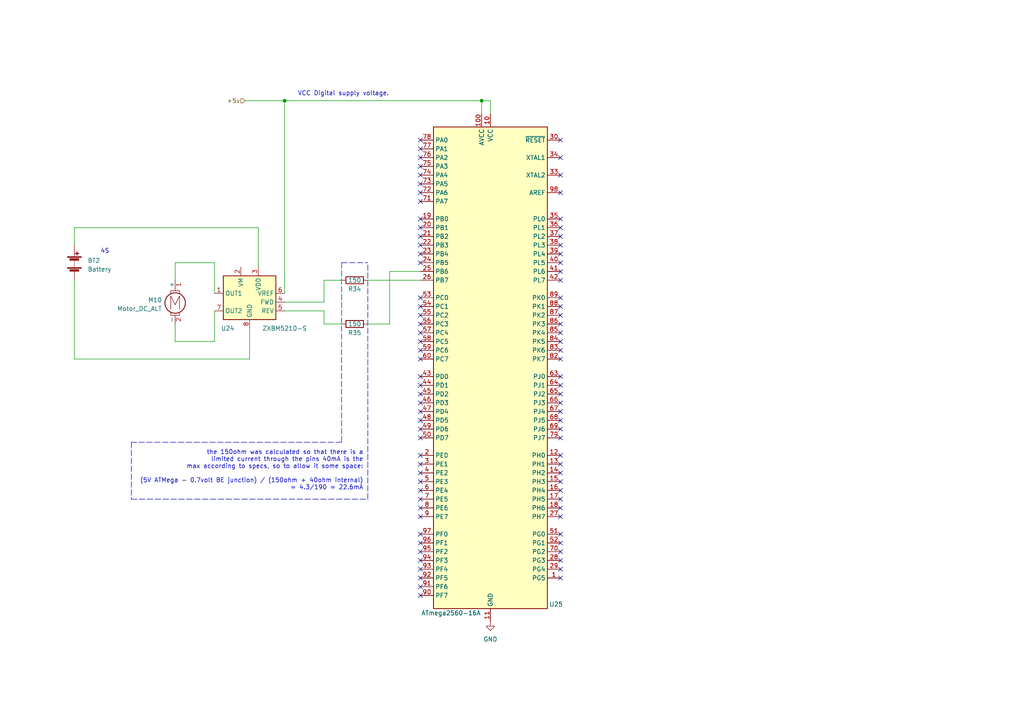
<source format=kicad_sch>
(kicad_sch (version 20210126) (generator eeschema)
  (paper "A4")
  (title_block (title "High Power Consumption 13"))
  (lib_symbols
    (symbol "Device:Battery" (pin_numbers hide) (pin_names (offset 0) hide)
      (property "Reference" "BT" (at 2.54 2.54 0))
      (property "Value" "Battery" (at 2.54 0 0))
      (symbol "Battery_0_1"
        (rectangle (start -2.032 -1.397) (end 2.032 -1.651) (fill (type outline)))
        (rectangle (start -2.032 1.778) (end 2.032 1.524) (fill (type outline)))
        (rectangle (start -1.3208 -1.9812) (end 1.27 -2.4892) (fill (type outline)))
        (rectangle (start -1.3208 1.1938) (end 1.27 0.6858) (fill (type outline)))
        (polyline (pts (xy 0 -1.524) (xy 0 -1.27)))
        (polyline (pts (xy 0 -1.016) (xy 0 -0.762)))
        (polyline (pts (xy 0 -0.508) (xy 0 -0.254)))
        (polyline (pts (xy 0 0) (xy 0 0.254)))
        (polyline (pts (xy 0 0.508) (xy 0 0.762)))
        (polyline (pts (xy 0 1.778) (xy 0 2.54)))
        (polyline (pts (xy 0.254 2.667) (xy 1.27 2.667)) (stroke (width 0.254)))
        (polyline (pts (xy 0.762 3.175) (xy 0.762 2.159)) (stroke (width 0.254)))
      )
      (symbol "Battery_1_1"
        (pin passive line (at 0 5.08 270) (length 2.54) (name "+") (number "1"))
        (pin passive line (at 0 -5.08 90) (length 2.54) (name "-") (number "2"))
      )
    )
    (symbol "Device:R" (pin_numbers hide) (pin_names (offset 0))
      (property "Reference" "R" (at 2.032 0 90))
      (property "Value" "R" (at 0 0 90))
      (symbol "R_0_1"
        (rectangle (start -1.016 -2.54) (end 1.016 2.54) (stroke (width 0.254)))
      )
      (symbol "R_1_1"
        (pin passive line (at 0 3.81 270) (length 1.27) (name "~") (number "1"))
        (pin passive line (at 0 -3.81 90) (length 1.27) (name "~") (number "2"))
      )
    )
    (symbol "Driver_Motor:ZXBM5210-S"
      (property "Reference" "U" (at -7.62 8.89 0))
      (property "Value" "ZXBM5210-S" (at 10.16 8.89 0))
      (symbol "ZXBM5210-S_0_0"
        (pin output line (at 10.16 2.54 180) (length 2.54) (name "OUT1") (number "1"))
        (pin power_in line (at 2.54 10.16 270) (length 2.54) (name "VM") (number "2"))
        (pin power_in line (at -2.54 10.16 270) (length 2.54) (name "VDD") (number "3"))
        (pin input line (at -10.16 0 0) (length 2.54) (name "FWD") (number "4"))
        (pin input line (at -10.16 -2.54 0) (length 2.54) (name "REV") (number "5"))
        (pin input line (at -10.16 2.54 0) (length 2.54) (name "VREF") (number "6"))
        (pin output line (at 10.16 -2.54 180) (length 2.54) (name "OUT2") (number "7"))
        (pin power_in line (at 0 -7.62 90) (length 2.54) (name "GND") (number "8"))
      )
      (symbol "ZXBM5210-S_0_1"
        (rectangle (start -7.62 7.62) (end 7.62 -5.08) (stroke (width 0.254)) (fill (type background)))
      )
    )
    (symbol "MCU_Microchip_ATmega:ATmega2560-16A"
      (property "Reference" "U" (at 0 1.27 0))
      (property "Value" "ATmega2560-16A" (at 0 -1.27 0))
      (symbol "ATmega2560-16A_0_1"
        (rectangle (start -16.51 -69.85) (end 16.51 69.85) (stroke (width 0.254)) (fill (type background)))
      )
      (symbol "ATmega2560-16A_1_1"
        (pin bidirectional line (at -20.32 -60.96 0) (length 3.81) (name "PG5") (number "1"))
        (pin power_in line (at 0 73.66 270) (length 3.81) (name "VCC") (number "10"))
        (pin power_in line (at 2.54 73.66 270) (length 3.81) (name "AVCC") (number "100"))
        (pin power_in line (at 0 -73.66 90) (length 3.81) (name "GND") (number "11"))
        (pin bidirectional line (at -20.32 -25.4 0) (length 3.81) (name "PH0") (number "12"))
        (pin bidirectional line (at -20.32 -27.94 0) (length 3.81) (name "PH1") (number "13"))
        (pin bidirectional line (at -20.32 -30.48 0) (length 3.81) (name "PH2") (number "14"))
        (pin bidirectional line (at -20.32 -33.02 0) (length 3.81) (name "PH3") (number "15"))
        (pin bidirectional line (at -20.32 -35.56 0) (length 3.81) (name "PH4") (number "16"))
        (pin bidirectional line (at -20.32 -38.1 0) (length 3.81) (name "PH5") (number "17"))
        (pin bidirectional line (at -20.32 -40.64 0) (length 3.81) (name "PH6") (number "18"))
        (pin bidirectional line (at 20.32 43.18 180) (length 3.81) (name "PB0") (number "19"))
        (pin bidirectional line (at 20.32 -25.4 180) (length 3.81) (name "PE0") (number "2"))
        (pin bidirectional line (at 20.32 40.64 180) (length 3.81) (name "PB1") (number "20"))
        (pin bidirectional line (at 20.32 38.1 180) (length 3.81) (name "PB2") (number "21"))
        (pin bidirectional line (at 20.32 35.56 180) (length 3.81) (name "PB3") (number "22"))
        (pin bidirectional line (at 20.32 33.02 180) (length 3.81) (name "PB4") (number "23"))
        (pin bidirectional line (at 20.32 30.48 180) (length 3.81) (name "PB5") (number "24"))
        (pin bidirectional line (at 20.32 27.94 180) (length 3.81) (name "PB6") (number "25"))
        (pin bidirectional line (at 20.32 25.4 180) (length 3.81) (name "PB7") (number "26"))
        (pin bidirectional line (at -20.32 -43.18 0) (length 3.81) (name "PH7") (number "27"))
        (pin bidirectional line (at -20.32 -55.88 0) (length 3.81) (name "PG3") (number "28"))
        (pin bidirectional line (at -20.32 -58.42 0) (length 3.81) (name "PG4") (number "29"))
        (pin bidirectional line (at 20.32 -27.94 180) (length 3.81) (name "PE1") (number "3"))
        (pin input line (at -20.32 66.04 0) (length 3.81) (name "~RESET") (number "30"))
        (pin passive line (at 0 73.66 270) (length 3.81) hide (name "VCC") (number "31"))
        (pin passive line (at 0 -73.66 90) (length 3.81) hide (name "GND") (number "32"))
        (pin output line (at -20.32 55.88 0) (length 3.81) (name "XTAL2") (number "33"))
        (pin input line (at -20.32 60.96 0) (length 3.81) (name "XTAL1") (number "34"))
        (pin bidirectional line (at -20.32 43.18 0) (length 3.81) (name "PL0") (number "35"))
        (pin bidirectional line (at -20.32 40.64 0) (length 3.81) (name "PL1") (number "36"))
        (pin bidirectional line (at -20.32 38.1 0) (length 3.81) (name "PL2") (number "37"))
        (pin bidirectional line (at -20.32 35.56 0) (length 3.81) (name "PL3") (number "38"))
        (pin bidirectional line (at -20.32 33.02 0) (length 3.81) (name "PL4") (number "39"))
        (pin bidirectional line (at 20.32 -30.48 180) (length 3.81) (name "PE2") (number "4"))
        (pin bidirectional line (at -20.32 30.48 0) (length 3.81) (name "PL5") (number "40"))
        (pin bidirectional line (at -20.32 27.94 0) (length 3.81) (name "PL6") (number "41"))
        (pin bidirectional line (at -20.32 25.4 0) (length 3.81) (name "PL7") (number "42"))
        (pin bidirectional line (at 20.32 -2.54 180) (length 3.81) (name "PD0") (number "43"))
        (pin bidirectional line (at 20.32 -5.08 180) (length 3.81) (name "PD1") (number "44"))
        (pin bidirectional line (at 20.32 -7.62 180) (length 3.81) (name "PD2") (number "45"))
        (pin bidirectional line (at 20.32 -10.16 180) (length 3.81) (name "PD3") (number "46"))
        (pin bidirectional line (at 20.32 -12.7 180) (length 3.81) (name "PD4") (number "47"))
        (pin bidirectional line (at 20.32 -15.24 180) (length 3.81) (name "PD5") (number "48"))
        (pin bidirectional line (at 20.32 -17.78 180) (length 3.81) (name "PD6") (number "49"))
        (pin bidirectional line (at 20.32 -33.02 180) (length 3.81) (name "PE3") (number "5"))
        (pin bidirectional line (at 20.32 -20.32 180) (length 3.81) (name "PD7") (number "50"))
        (pin bidirectional line (at -20.32 -48.26 0) (length 3.81) (name "PG0") (number "51"))
        (pin bidirectional line (at -20.32 -50.8 0) (length 3.81) (name "PG1") (number "52"))
        (pin bidirectional line (at 20.32 20.32 180) (length 3.81) (name "PC0") (number "53"))
        (pin bidirectional line (at 20.32 17.78 180) (length 3.81) (name "PC1") (number "54"))
        (pin bidirectional line (at 20.32 15.24 180) (length 3.81) (name "PC2") (number "55"))
        (pin bidirectional line (at 20.32 12.7 180) (length 3.81) (name "PC3") (number "56"))
        (pin bidirectional line (at 20.32 10.16 180) (length 3.81) (name "PC4") (number "57"))
        (pin bidirectional line (at 20.32 7.62 180) (length 3.81) (name "PC5") (number "58"))
        (pin bidirectional line (at 20.32 5.08 180) (length 3.81) (name "PC6") (number "59"))
        (pin bidirectional line (at 20.32 -35.56 180) (length 3.81) (name "PE4") (number "6"))
        (pin bidirectional line (at 20.32 2.54 180) (length 3.81) (name "PC7") (number "60"))
        (pin passive line (at 0 73.66 270) (length 3.81) hide (name "VCC") (number "61"))
        (pin passive line (at 0 -73.66 90) (length 3.81) hide (name "GND") (number "62"))
        (pin bidirectional line (at -20.32 -2.54 0) (length 3.81) (name "PJ0") (number "63"))
        (pin bidirectional line (at -20.32 -5.08 0) (length 3.81) (name "PJ1") (number "64"))
        (pin bidirectional line (at -20.32 -7.62 0) (length 3.81) (name "PJ2") (number "65"))
        (pin bidirectional line (at -20.32 -10.16 0) (length 3.81) (name "PJ3") (number "66"))
        (pin bidirectional line (at -20.32 -12.7 0) (length 3.81) (name "PJ4") (number "67"))
        (pin bidirectional line (at -20.32 -15.24 0) (length 3.81) (name "PJ5") (number "68"))
        (pin bidirectional line (at -20.32 -17.78 0) (length 3.81) (name "PJ6") (number "69"))
        (pin bidirectional line (at 20.32 -38.1 180) (length 3.81) (name "PE5") (number "7"))
        (pin bidirectional line (at -20.32 -53.34 0) (length 3.81) (name "PG2") (number "70"))
        (pin bidirectional line (at 20.32 48.26 180) (length 3.81) (name "PA7") (number "71"))
        (pin bidirectional line (at 20.32 50.8 180) (length 3.81) (name "PA6") (number "72"))
        (pin bidirectional line (at 20.32 53.34 180) (length 3.81) (name "PA5") (number "73"))
        (pin bidirectional line (at 20.32 55.88 180) (length 3.81) (name "PA4") (number "74"))
        (pin bidirectional line (at 20.32 58.42 180) (length 3.81) (name "PA3") (number "75"))
        (pin bidirectional line (at 20.32 60.96 180) (length 3.81) (name "PA2") (number "76"))
        (pin bidirectional line (at 20.32 63.5 180) (length 3.81) (name "PA1") (number "77"))
        (pin bidirectional line (at 20.32 66.04 180) (length 3.81) (name "PA0") (number "78"))
        (pin bidirectional line (at -20.32 -20.32 0) (length 3.81) (name "PJ7") (number "79"))
        (pin bidirectional line (at 20.32 -40.64 180) (length 3.81) (name "PE6") (number "8"))
        (pin passive line (at 0 73.66 270) (length 3.81) hide (name "VCC") (number "80"))
        (pin passive line (at 0 -73.66 90) (length 3.81) hide (name "GND") (number "81"))
        (pin bidirectional line (at -20.32 2.54 0) (length 3.81) (name "PK7") (number "82"))
        (pin bidirectional line (at -20.32 5.08 0) (length 3.81) (name "PK6") (number "83"))
        (pin bidirectional line (at -20.32 7.62 0) (length 3.81) (name "PK5") (number "84"))
        (pin bidirectional line (at -20.32 10.16 0) (length 3.81) (name "PK4") (number "85"))
        (pin bidirectional line (at -20.32 12.7 0) (length 3.81) (name "PK3") (number "86"))
        (pin bidirectional line (at -20.32 15.24 0) (length 3.81) (name "PK2") (number "87"))
        (pin bidirectional line (at -20.32 17.78 0) (length 3.81) (name "PK1") (number "88"))
        (pin bidirectional line (at -20.32 20.32 0) (length 3.81) (name "PK0") (number "89"))
        (pin bidirectional line (at 20.32 -43.18 180) (length 3.81) (name "PE7") (number "9"))
        (pin bidirectional line (at 20.32 -66.04 180) (length 3.81) (name "PF7") (number "90"))
        (pin bidirectional line (at 20.32 -63.5 180) (length 3.81) (name "PF6") (number "91"))
        (pin bidirectional line (at 20.32 -60.96 180) (length 3.81) (name "PF5") (number "92"))
        (pin bidirectional line (at 20.32 -58.42 180) (length 3.81) (name "PF4") (number "93"))
        (pin bidirectional line (at 20.32 -55.88 180) (length 3.81) (name "PF3") (number "94"))
        (pin bidirectional line (at 20.32 -53.34 180) (length 3.81) (name "PF2") (number "95"))
        (pin bidirectional line (at 20.32 -50.8 180) (length 3.81) (name "PF1") (number "96"))
        (pin bidirectional line (at 20.32 -48.26 180) (length 3.81) (name "PF0") (number "97"))
        (pin passive line (at -20.32 50.8 0) (length 3.81) (name "AREF") (number "98"))
        (pin passive line (at 0 -73.66 90) (length 3.81) hide (name "GND") (number "99"))
      )
    )
    (symbol "Motor:Motor_DC_ALT" (pin_names (offset 0))
      (property "Reference" "M" (at 2.54 2.54 0))
      (property "Value" "Motor_DC_ALT" (at 2.54 -5.08 0))
      (symbol "Motor_DC_ALT_0_0"
        (circle (center 0 -1.524) (radius 2.9718) (stroke (width 0.254)))
        (polyline (pts (xy -1.27 -4.318) (xy -1.27 -5.08) (xy 1.27 -5.08) (xy 1.27 -4.318)))
        (polyline (pts (xy -1.27 1.27) (xy -1.27 2.032) (xy 1.27 2.032) (xy 1.27 1.27)))
        (polyline (pts (xy -1.27 -3.302) (xy -1.27 0.508) (xy 0 -2.032) (xy 1.27 0.508) (xy 1.27 -3.302)))
      )
      (symbol "Motor_DC_ALT_0_1"
        (polyline (pts (xy 0 2.032) (xy 0 2.54)))
      )
      (symbol "Motor_DC_ALT_1_1"
        (pin passive line (at 0 5.08 270) (length 2.54) (name "+") (number "1"))
        (pin passive line (at 0 -7.62 90) (length 2.54) (name "-") (number "2"))
      )
    )
    (symbol "power:GND" (power) (pin_names (offset 0))
      (property "Value" "GND" (at 0 -3.81 0))
      (symbol "GND_0_1"
        (polyline (pts (xy 0 0) (xy 0 -1.27) (xy 1.27 -1.27) (xy 0 -2.54) (xy -1.27 -1.27) (xy 0 -1.27)))
      )
      (symbol "GND_1_1"
        (pin power_in line (at 0 0 270) (length 0) hide (name "GND") (number "1"))
      )
    )
  )
  (junction (at 82.55 29.21) (diameter 0.9144))
  (junction (at 139.7 29.21) (diameter 0.9144))
  (no_connect (at 121.92 40.64))
  (no_connect (at 121.92 43.18))
  (no_connect (at 121.92 45.72))
  (no_connect (at 121.92 48.26))
  (no_connect (at 121.92 50.8))
  (no_connect (at 121.92 53.34))
  (no_connect (at 121.92 55.88))
  (no_connect (at 121.92 58.42))
  (no_connect (at 121.92 63.5))
  (no_connect (at 121.92 66.04))
  (no_connect (at 121.92 68.58))
  (no_connect (at 121.92 71.12))
  (no_connect (at 121.92 73.66))
  (no_connect (at 121.92 76.2))
  (no_connect (at 121.92 86.36))
  (no_connect (at 121.92 88.9))
  (no_connect (at 121.92 91.44))
  (no_connect (at 121.92 93.98))
  (no_connect (at 121.92 96.52))
  (no_connect (at 121.92 99.06))
  (no_connect (at 121.92 101.6))
  (no_connect (at 121.92 104.14))
  (no_connect (at 121.92 109.22))
  (no_connect (at 121.92 111.76))
  (no_connect (at 121.92 114.3))
  (no_connect (at 121.92 116.84))
  (no_connect (at 121.92 119.38))
  (no_connect (at 121.92 121.92))
  (no_connect (at 121.92 124.46))
  (no_connect (at 121.92 127))
  (no_connect (at 121.92 132.08))
  (no_connect (at 121.92 134.62))
  (no_connect (at 121.92 137.16))
  (no_connect (at 121.92 139.7))
  (no_connect (at 121.92 142.24))
  (no_connect (at 121.92 144.78))
  (no_connect (at 121.92 147.32))
  (no_connect (at 121.92 149.86))
  (no_connect (at 121.92 154.94))
  (no_connect (at 121.92 157.48))
  (no_connect (at 121.92 160.02))
  (no_connect (at 121.92 162.56))
  (no_connect (at 121.92 165.1))
  (no_connect (at 121.92 167.64))
  (no_connect (at 121.92 170.18))
  (no_connect (at 121.92 172.72))
  (no_connect (at 162.56 40.64))
  (no_connect (at 162.56 45.72))
  (no_connect (at 162.56 50.8))
  (no_connect (at 162.56 55.88))
  (no_connect (at 162.56 63.5))
  (no_connect (at 162.56 66.04))
  (no_connect (at 162.56 68.58))
  (no_connect (at 162.56 71.12))
  (no_connect (at 162.56 73.66))
  (no_connect (at 162.56 76.2))
  (no_connect (at 162.56 78.74))
  (no_connect (at 162.56 81.28))
  (no_connect (at 162.56 86.36))
  (no_connect (at 162.56 88.9))
  (no_connect (at 162.56 91.44))
  (no_connect (at 162.56 93.98))
  (no_connect (at 162.56 96.52))
  (no_connect (at 162.56 99.06))
  (no_connect (at 162.56 101.6))
  (no_connect (at 162.56 104.14))
  (no_connect (at 162.56 109.22))
  (no_connect (at 162.56 111.76))
  (no_connect (at 162.56 114.3))
  (no_connect (at 162.56 116.84))
  (no_connect (at 162.56 119.38))
  (no_connect (at 162.56 121.92))
  (no_connect (at 162.56 124.46))
  (no_connect (at 162.56 127))
  (no_connect (at 162.56 132.08))
  (no_connect (at 162.56 134.62))
  (no_connect (at 162.56 137.16))
  (no_connect (at 162.56 139.7))
  (no_connect (at 162.56 142.24))
  (no_connect (at 162.56 144.78))
  (no_connect (at 162.56 147.32))
  (no_connect (at 162.56 149.86))
  (no_connect (at 162.56 154.94))
  (no_connect (at 162.56 157.48))
  (no_connect (at 162.56 160.02))
  (no_connect (at 162.56 162.56))
  (no_connect (at 162.56 165.1))
  (no_connect (at 162.56 167.64))
  (wire (pts (xy 21.59 66.04) (xy 21.59 71.12)))
  (wire (pts (xy 21.59 66.04) (xy 74.93 66.04)))
  (wire (pts (xy 21.59 104.14) (xy 21.59 81.28)))
  (wire (pts (xy 50.8 76.2) (xy 50.8 81.28)))
  (wire (pts (xy 50.8 99.06) (xy 50.8 93.98)))
  (wire (pts (xy 62.23 76.2) (xy 50.8 76.2)))
  (wire (pts (xy 62.23 85.09) (xy 62.23 76.2)))
  (wire (pts (xy 62.23 90.17) (xy 62.23 99.06)))
  (wire (pts (xy 62.23 99.06) (xy 50.8 99.06)))
  (wire (pts (xy 71.12 29.21) (xy 82.55 29.21)))
  (wire (pts (xy 72.39 95.25) (xy 72.39 104.14)))
  (wire (pts (xy 72.39 104.14) (xy 21.59 104.14)))
  (wire (pts (xy 74.93 66.04) (xy 74.93 77.47)))
  (wire (pts (xy 82.55 29.21) (xy 82.55 85.09)))
  (wire (pts (xy 82.55 29.21) (xy 139.7 29.21)))
  (wire (pts (xy 82.55 90.17) (xy 93.98 90.17)))
  (wire (pts (xy 93.98 81.28) (xy 93.98 87.63)))
  (wire (pts (xy 93.98 87.63) (xy 82.55 87.63)))
  (wire (pts (xy 93.98 90.17) (xy 93.98 93.98)))
  (wire (pts (xy 93.98 93.98) (xy 99.06 93.98)))
  (wire (pts (xy 99.06 81.28) (xy 93.98 81.28)))
  (wire (pts (xy 106.68 81.28) (xy 121.92 81.28)))
  (wire (pts (xy 106.68 93.98) (xy 113.03 93.98)))
  (wire (pts (xy 113.03 78.74) (xy 121.92 78.74)))
  (wire (pts (xy 113.03 93.98) (xy 113.03 78.74)))
  (wire (pts (xy 139.7 29.21) (xy 139.7 33.02)))
  (wire (pts (xy 139.7 29.21) (xy 142.24 29.21)))
  (wire (pts (xy 142.24 29.21) (xy 142.24 33.02)))
  (polyline (pts (xy 38.1 128.27) (xy 38.1 144.78)) (stroke (width 0) (type dash)))
  (polyline (pts (xy 38.1 144.78) (xy 106.68 144.78)) (stroke (width 0) (type dash)))
  (polyline (pts (xy 99.06 76.2) (xy 99.06 128.27)) (stroke (width 0) (type dash)))
  (polyline (pts (xy 99.06 76.2) (xy 106.68 76.2)) (stroke (width 0) (type dash)))
  (polyline (pts (xy 99.06 128.27) (xy 38.1 128.27)) (stroke (width 0) (type dash)))
  (polyline (pts (xy 106.68 144.78) (xy 106.68 76.2)) (stroke (width 0) (type dash)))
  (text "4S" (at 31.75 73.66 180) (effects (font (size 1.27 1.27)) (justify right bottom)))
  (text "VCC Digital supply voltage." (at 86.36 27.94 0) (effects (font (size 1.27 1.27)) (justify left bottom)))
  (text "the 150ohm was calculated so that there is a\nlimited current through the pins 40mA is the\nmax according to specs, so to allow it some space:\n\n(5V ATMega - 0.7volt BE junction) / (150ohm + 40ohm internal)\n= 4.3/190 = 22.6mA" (at 105.41 142.24 0) (effects (font (size 1.27 1.27)) (justify right bottom)))
  (hierarchical_label "+5v" (shape input) (at 71.12 29.21 180))
  (symbol (lib_id "power:GND") (at 142.24 180.34 0) (unit 1)
    (property "Reference" "#PWR0117" (effects hide))
    (property "Value" "GND" (at 142.24 185.42 0))
  )
  (symbol (lib_id "Device:R") (at 102.87 81.28 90) (unit 1)
    (property "Reference" "R34" (at 102.87 83.82 90))
    (property "Value" "150" (at 102.87 81.28 90))
  )
  (symbol (lib_id "Device:R") (at 102.87 93.98 90) (unit 1)
    (property "Reference" "R35" (at 102.87 96.52 90))
    (property "Value" "150" (at 102.87 93.98 90))
  )
  (symbol (lib_id "Device:Battery") (at 21.59 76.2 0) (unit 1)
    (property "Reference" "BT2" (at 25.4 75.5649 0) (effects (justify left)))
    (property "Value" "Battery" (at 25.4 78.1049 0) (effects (justify left)))
  )
  (symbol (lib_id "Motor:Motor_DC_ALT") (at 50.8 86.36 0) (mirror y) (unit 1)
    (property "Reference" "M10" (at 46.99 86.9949 0) (effects (justify left)))
    (property "Value" "Motor_DC_ALT" (at 46.99 89.5349 0) (effects (justify left)))
  )
  (symbol (lib_id "Driver_Motor:ZXBM5210-S") (at 72.39 87.63 0) (mirror y) (unit 1)
    (property "Reference" "U24" (at 66.04 95.25 0))
    (property "Value" "ZXBM5210-S" (at 82.55 95.25 0))
    (property "Footprint" "Package_SO:SOIC-8_3.9x4.9mm_P1.27mm" (effects hide))
    (property "Datasheet" "https://www.diodes.com/assets/Datasheets/ZXBM5210.pdf" (effects hide))
  )
  (symbol (lib_id "MCU_Microchip_ATmega:ATmega2560-16A") (at 142.24 106.68 0) (mirror y) (unit 1)
    (property "Reference" "U25" (at 161.29 175.26 0))
    (property "Value" "ATmega2560-16A" (at 130.81 177.8 0))
    (property "Footprint" "Package_QFP:TQFP-100_14x14mm_P0.5mm" (effects hide))
    (property "Datasheet" "http://ww1.microchip.com/downloads/en/DeviceDoc/Atmel-2549-8-bit-AVR-Microcontroller-ATmega640-1280-1281-2560-2561_datasheet.pdf" (effects hide))
  )
)
</source>
